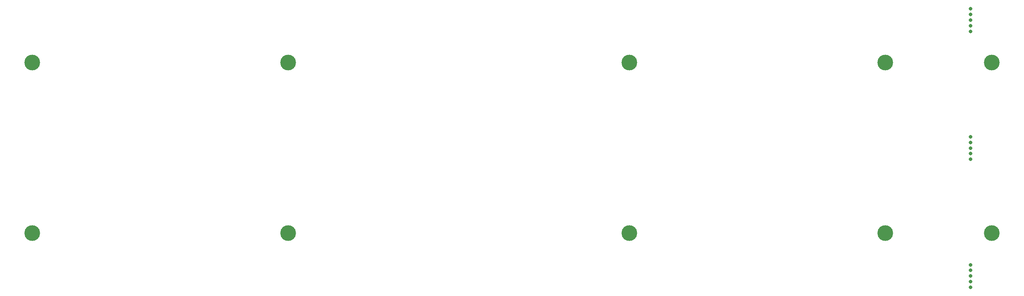
<source format=gbr>
G04 #@! TF.GenerationSoftware,KiCad,Pcbnew,(5.1.10-1-10_14)*
G04 #@! TF.CreationDate,2021-08-14T15:39:06-05:00*
G04 #@! TF.ProjectId,ori_bottom_plate,6f72695f-626f-4747-946f-6d5f706c6174,rev?*
G04 #@! TF.SameCoordinates,Original*
G04 #@! TF.FileFunction,Soldermask,Bot*
G04 #@! TF.FilePolarity,Negative*
%FSLAX46Y46*%
G04 Gerber Fmt 4.6, Leading zero omitted, Abs format (unit mm)*
G04 Created by KiCad (PCBNEW (5.1.10-1-10_14)) date 2021-08-14 15:39:06*
%MOMM*%
%LPD*%
G01*
G04 APERTURE LIST*
%ADD10C,3.500000*%
%ADD11C,0.800000*%
G04 APERTURE END LIST*
D10*
X379835826Y-97618904D03*
X379835826Y-59518936D03*
X356023346Y-97618904D03*
D11*
X375048450Y-52493800D03*
X375048450Y-51243800D03*
X375048450Y-47493800D03*
X375048450Y-48743800D03*
X375048450Y-49993800D03*
X375048450Y-109656700D03*
X375048450Y-108406700D03*
X375048450Y-104656700D03*
X375048450Y-105906700D03*
X375048450Y-107156700D03*
X375048450Y-81081580D03*
X375048450Y-79831580D03*
X375048450Y-76081580D03*
X375048450Y-77331580D03*
X375048450Y-78581580D03*
D10*
X356023346Y-59518936D03*
X298873394Y-97618904D03*
X298848130Y-59518936D03*
X222673458Y-97618904D03*
X222673458Y-59518936D03*
X165523506Y-97618904D03*
X165523314Y-59518904D03*
M02*

</source>
